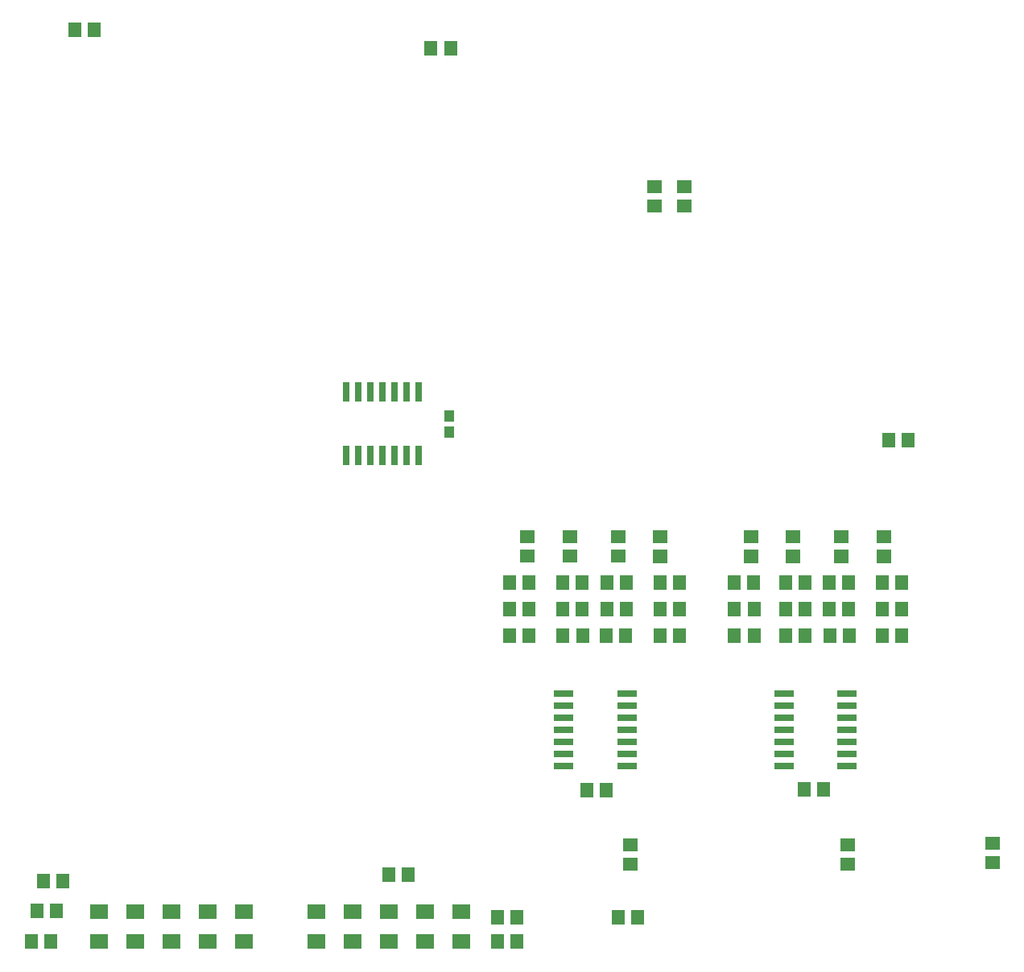
<source format=gtp>
G04 MADE WITH FRITZING*
G04 WWW.FRITZING.ORG*
G04 DOUBLE SIDED*
G04 HOLES PLATED*
G04 CONTOUR ON CENTER OF CONTOUR VECTOR*
%ASAXBY*%
%FSLAX23Y23*%
%MOIN*%
%OFA0B0*%
%SFA1.0B1.0*%
%ADD10R,0.059055X0.055118*%
%ADD11R,0.055118X0.059055*%
%ADD12R,0.043307X0.047244*%
%ADD13R,0.080000X0.026000*%
%ADD14R,0.026000X0.080000*%
%ADD15R,0.074803X0.062992*%
%LNPASTEMASK1*%
G90*
G70*
G54D10*
X3496Y485D03*
X3496Y405D03*
X2596Y485D03*
X2596Y405D03*
G54D11*
X3746Y2160D03*
X3665Y2160D03*
G54D10*
X2821Y3210D03*
X2821Y3130D03*
X2696Y3210D03*
X2696Y3130D03*
G54D12*
X1846Y2194D03*
X1846Y2260D03*
G54D13*
X3232Y1110D03*
X3232Y1060D03*
X3232Y1010D03*
X3232Y960D03*
X3232Y910D03*
X3232Y860D03*
X3232Y810D03*
X3493Y810D03*
X3493Y860D03*
X3493Y910D03*
X3493Y960D03*
X3493Y1010D03*
X3493Y1060D03*
X3493Y1110D03*
X2321Y1110D03*
X2321Y1060D03*
X2321Y1010D03*
X2321Y960D03*
X2321Y910D03*
X2321Y860D03*
X2321Y810D03*
X2582Y810D03*
X2582Y860D03*
X2582Y910D03*
X2582Y960D03*
X2582Y1010D03*
X2582Y1060D03*
X2582Y1110D03*
G54D10*
X2171Y1760D03*
X2171Y1680D03*
G54D11*
X3721Y1460D03*
X3640Y1460D03*
X2177Y1460D03*
X2096Y1460D03*
X3500Y1460D03*
X3420Y1460D03*
X2397Y1460D03*
X2316Y1460D03*
G54D10*
X2346Y1760D03*
X2346Y1680D03*
G54D11*
X3422Y1350D03*
X3502Y1350D03*
X2318Y1350D03*
X2399Y1350D03*
X3397Y715D03*
X3317Y715D03*
X2496Y710D03*
X2415Y710D03*
X3721Y1350D03*
X3640Y1350D03*
X2177Y1350D03*
X2096Y1350D03*
X3721Y1571D03*
X3640Y1571D03*
X2177Y1571D03*
X2096Y1571D03*
X3500Y1571D03*
X3420Y1571D03*
X2397Y1571D03*
X2316Y1571D03*
G54D10*
X2546Y1760D03*
X2546Y1680D03*
G54D11*
X3319Y1460D03*
X3239Y1460D03*
X2499Y1460D03*
X2580Y1460D03*
X3028Y1460D03*
X3109Y1460D03*
X2720Y1460D03*
X2801Y1460D03*
X3028Y1350D03*
X3109Y1350D03*
X2720Y1350D03*
X2801Y1350D03*
X3107Y1571D03*
X3026Y1571D03*
X2720Y1571D03*
X2801Y1571D03*
X3319Y1350D03*
X3239Y1350D03*
X2578Y1350D03*
X2497Y1350D03*
X3240Y1571D03*
X3321Y1571D03*
X2499Y1571D03*
X2580Y1571D03*
G54D14*
X1721Y2360D03*
X1671Y2360D03*
X1621Y2360D03*
X1571Y2360D03*
X1521Y2360D03*
X1471Y2360D03*
X1421Y2360D03*
X1421Y2099D03*
X1471Y2099D03*
X1521Y2099D03*
X1571Y2099D03*
X1621Y2099D03*
X1671Y2099D03*
X1721Y2099D03*
G54D15*
X1446Y85D03*
X1446Y207D03*
X1746Y85D03*
X1746Y207D03*
X1596Y85D03*
X1596Y207D03*
X1896Y85D03*
X1896Y207D03*
X996Y85D03*
X996Y207D03*
X846Y85D03*
X846Y207D03*
X696Y85D03*
X696Y207D03*
X546Y85D03*
X546Y207D03*
X1296Y85D03*
X1296Y207D03*
X396Y85D03*
X396Y207D03*
G54D11*
X2046Y85D03*
X2127Y85D03*
X2046Y185D03*
X2127Y185D03*
X1596Y360D03*
X1677Y360D03*
G54D10*
X4096Y410D03*
X4096Y491D03*
G54D11*
X2546Y185D03*
X2627Y185D03*
X296Y3860D03*
X377Y3860D03*
X1771Y3785D03*
X1852Y3785D03*
X246Y335D03*
X165Y335D03*
X221Y210D03*
X140Y210D03*
X196Y85D03*
X115Y85D03*
G36*
X3675Y1733D02*
X3616Y1733D01*
X3616Y1788D01*
X3675Y1788D01*
X3675Y1733D01*
G37*
D02*
G36*
X3675Y1652D02*
X3616Y1652D01*
X3616Y1707D01*
X3675Y1707D01*
X3675Y1652D01*
G37*
D02*
G36*
X3500Y1733D02*
X3441Y1733D01*
X3441Y1788D01*
X3500Y1788D01*
X3500Y1733D01*
G37*
D02*
G36*
X3500Y1652D02*
X3441Y1652D01*
X3441Y1707D01*
X3500Y1707D01*
X3500Y1652D01*
G37*
D02*
G36*
X3300Y1733D02*
X3241Y1733D01*
X3241Y1788D01*
X3300Y1788D01*
X3300Y1733D01*
G37*
D02*
G36*
X3300Y1652D02*
X3241Y1652D01*
X3241Y1707D01*
X3300Y1707D01*
X3300Y1652D01*
G37*
D02*
G36*
X3125Y1733D02*
X3066Y1733D01*
X3066Y1788D01*
X3125Y1788D01*
X3125Y1733D01*
G37*
D02*
G36*
X3125Y1652D02*
X3066Y1652D01*
X3066Y1707D01*
X3125Y1707D01*
X3125Y1652D01*
G37*
D02*
G36*
X2750Y1733D02*
X2691Y1733D01*
X2691Y1788D01*
X2750Y1788D01*
X2750Y1733D01*
G37*
D02*
G36*
X2750Y1652D02*
X2691Y1652D01*
X2691Y1707D01*
X2750Y1707D01*
X2750Y1652D01*
G37*
D02*
G04 End of PasteMask1*
M02*
</source>
